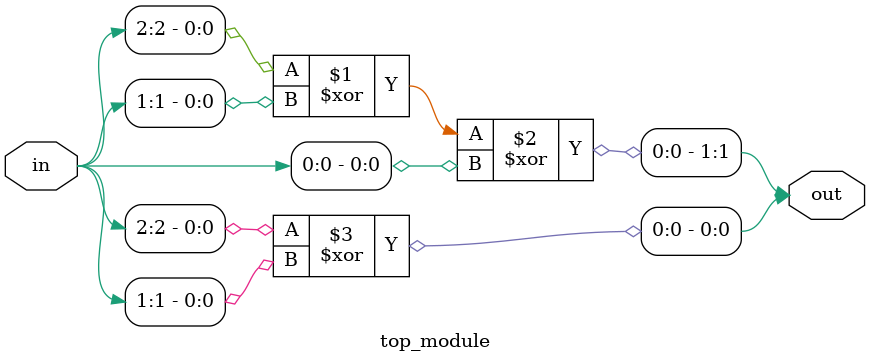
<source format=sv>
module top_module (
	input [2:0] in,
	output [1:0] out
);
	assign out[1] = in[2] ^ in[1] ^ in[0];
	assign out[0] = in[2] ^ in[1];
endmodule

</source>
